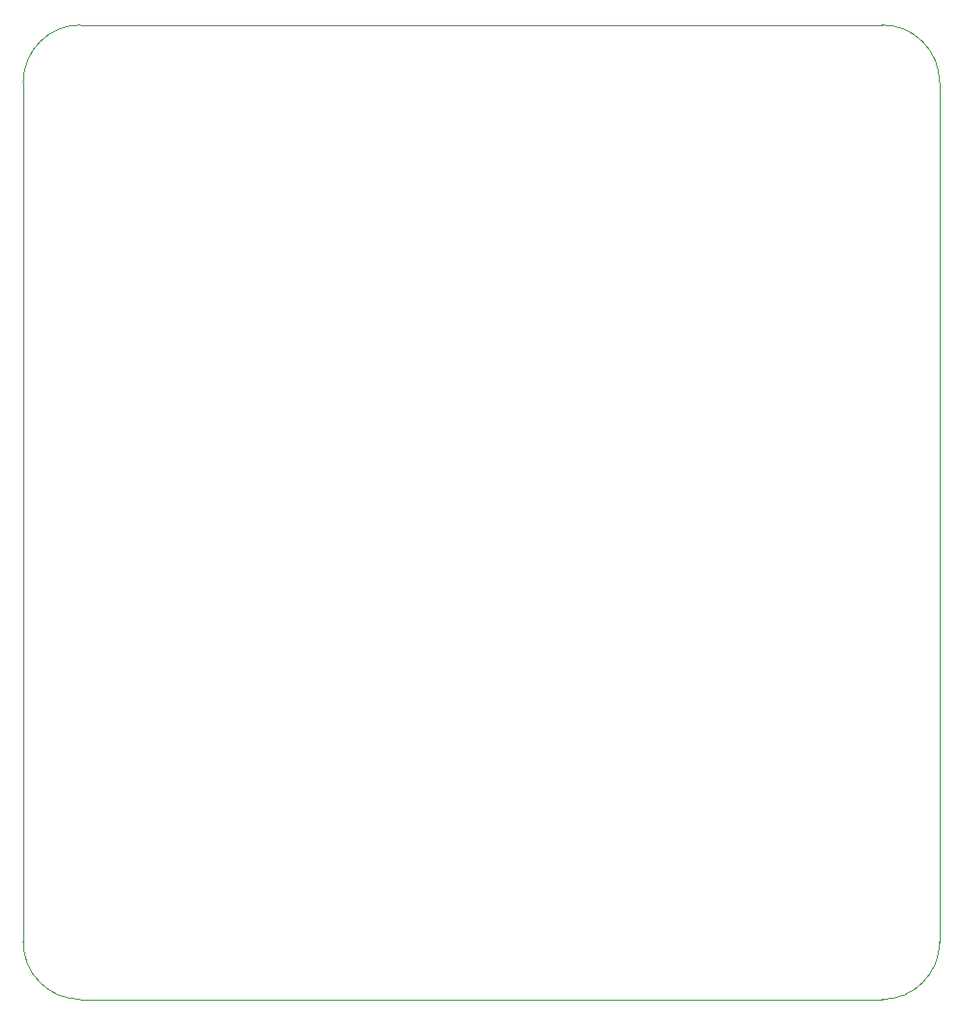
<source format=gbr>
%TF.GenerationSoftware,KiCad,Pcbnew,(5.1.9)-1*%
%TF.CreationDate,2021-04-03T20:31:08-05:00*%
%TF.ProjectId,IV Curve Tracer,49562043-7572-4766-9520-547261636572,1.1*%
%TF.SameCoordinates,Original*%
%TF.FileFunction,Profile,NP*%
%FSLAX46Y46*%
G04 Gerber Fmt 4.6, Leading zero omitted, Abs format (unit mm)*
G04 Created by KiCad (PCBNEW (5.1.9)-1) date 2021-04-03 20:31:08*
%MOMM*%
%LPD*%
G01*
G04 APERTURE LIST*
%TA.AperFunction,Profile*%
%ADD10C,0.050000*%
%TD*%
G04 APERTURE END LIST*
D10*
X100000000Y-100000000D02*
G75*
G02*
X95000000Y-105000000I-5000000J0D01*
G01*
X95000000Y-20000000D02*
G75*
G02*
X100000000Y-25000000I0J-5000000D01*
G01*
X100000000Y-25000000D02*
X100000000Y-100000000D01*
X25000000Y-105000000D02*
X95000000Y-105000000D01*
X25000000Y-105000000D02*
G75*
G02*
X20000000Y-100000000I0J5000000D01*
G01*
X20000000Y-25000000D02*
G75*
G02*
X25000000Y-20000000I5000000J0D01*
G01*
X20000000Y-25000000D02*
X20000000Y-100000000D01*
X25000000Y-20000000D02*
X95000000Y-20000000D01*
M02*

</source>
